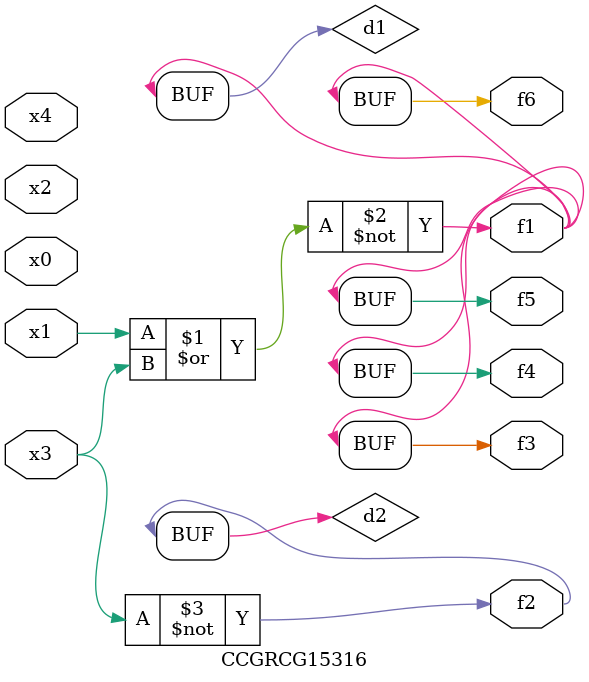
<source format=v>
module CCGRCG15316(
	input x0, x1, x2, x3, x4,
	output f1, f2, f3, f4, f5, f6
);

	wire d1, d2;

	nor (d1, x1, x3);
	not (d2, x3);
	assign f1 = d1;
	assign f2 = d2;
	assign f3 = d1;
	assign f4 = d1;
	assign f5 = d1;
	assign f6 = d1;
endmodule

</source>
